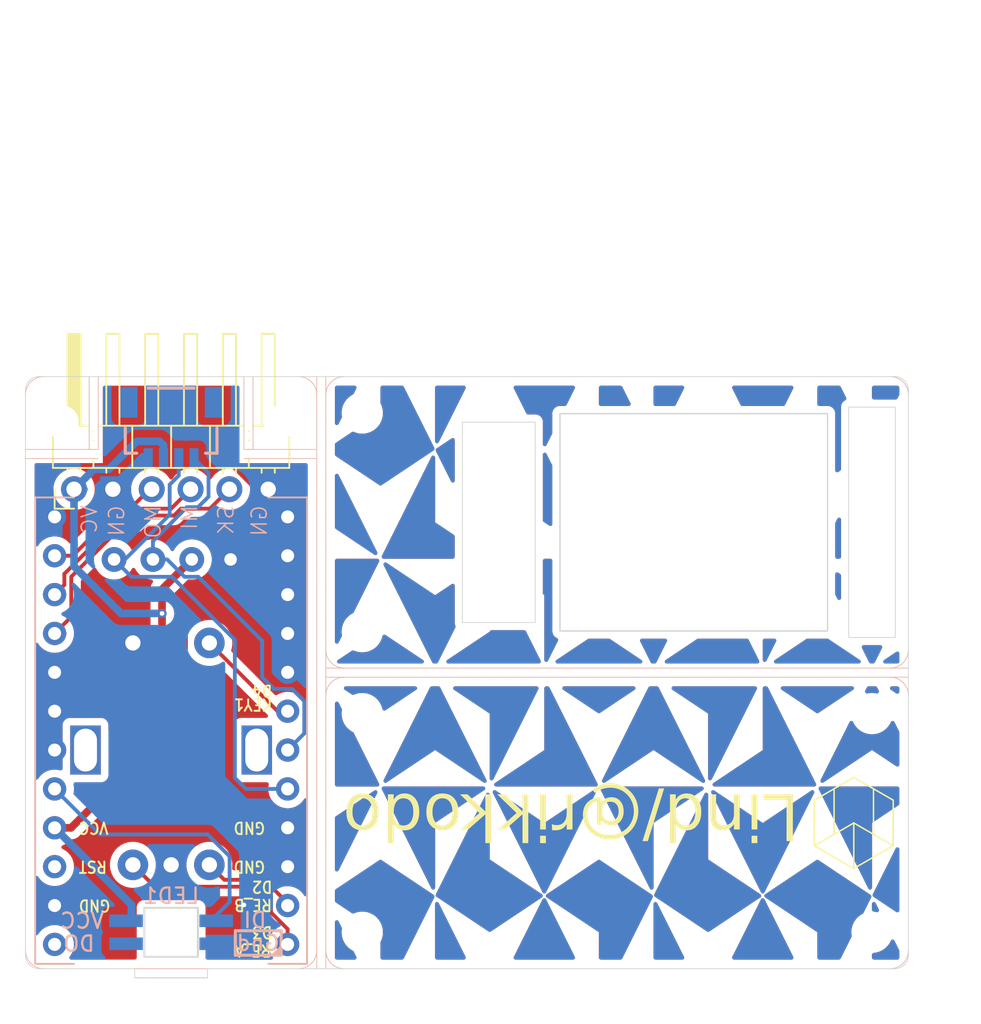
<source format=kicad_pcb>
(kicad_pcb (version 20241229) (generator "pcbnew") (generator_version "9.0")
  (layers (0 "F.Cu" signal) (2 "B.Cu" signal) (13 "F.Paste" user) (15 "B.Paste" user) (5 "F.SilkS" user "F.Silkscreen") (7 "B.SilkS" user "B.Silkscreen") (1 "F.Mask" user) (3 "B.Mask" user) (25 "Edge.Cuts" user))
  (net 0 "")
  (net 1 "SCL")
  (net 2 "SDA")
  (net 3 "LED")
  (net 4 "GND")
  (net 5 "VCC")
  (net 6 "KEY1")
  (net 11 "SCLK")
  (net 12 "MISO")
  (net 13 "MOSI")
  (net 14 "RE_B")
  (net 15 "RE_A")
  (footprint "Rikkodo_FootPrint:rkd_cutdot_no_edgecut_1" (layer "F.Cu") (at 78.283884 58.340576 -90)
    (property "Reference" "REF**" (hide yes))
    (property "Value" "rkd_cutdot_no_edgecut_1" (hide yes))
  )
  (footprint "Rikkodo_FootPrint:rkd_cutdot_no_edgecut_4" (layer "F.Cu") (at 93.166328 63.103072 90)
    (property "Reference" "REF**" (hide yes))
    (property "Value" "rkd_cutdot_no_edgecut_4" (hide yes))
  )
  (footprint "Rikkodo_FootPrint:rkd_cutdot_no_edgecut_1" (layer "F.Cu") (at 93.166328 57.745264 -90)
    (property "Reference" "REF**" (hide yes))
    (property "Value" "rkd_cutdot_no_edgecut_1" (hide yes))
  )
  (footprint "Connector_PinHeader_2.54mm:PinHeader_1x06_P2.54mm_Horizontal" (layer "F.Cu") (at 76.99375 61.535 90)
    (property "Reference" "J1" (hide yes))
    (property "Value" "Conn_01x06")
  )
  (footprint "Rikkodo_FootPrint:rkd_cutdot_no_edgecut_4" (layer "F.Cu") (at 93.166328 79.771808 90)
    (property "Reference" "REF**" (hide yes))
    (property "Value" "rkd_cutdot_no_edgecut_4" (hide yes))
  )
  (footprint "Rikkodo_FootPrint:rkd_cutdot_no_edgecut_4" (layer "F.Cu") (at 93.165616 73.818461 90)
    (property "Reference" "REF**" (hide yes))
    (property "Value" "rkd_cutdot_no_edgecut_4" (hide yes))
  )
  (footprint "Rikkodo_FootPrint:rkd_cutdot_no_edgecut_1" (layer "F.Cu") (at 74.414 59.233544 180)
    (property "Reference" "REF**" (hide yes))
    (property "Value" "rkd_cutdot_no_edgecut_1" (hide yes))
  )
  (footprint "Rikkodo_FootPrint:rkd_cutdot_no_edgecut_4" (layer "F.Cu") (at 93.166328 84.534304 90)
    (property "Reference" "REF**" (hide yes))
    (property "Value" "rkd_cutdot_no_edgecut_4" (hide yes))
  )
  (footprint "BrownSugar_KBD:RotaryEncoder_EC11-Hole" (layer "F.Cu") (at 117.276512 63.69832 90)
    (property "Reference" "SW2")
    (property "Value" "RotaryEncoder_Switch")
    (fp_line (start 7.1 -8.5) (end 7.1 9) (stroke (width 0.08)) (layer "Edge.Cuts"))
    (fp_line (start -7.1 -8.5) (end 7.1 -8.5) (stroke (width 0.08)) (layer "Edge.Cuts"))
    (fp_line (start 7.1 9) (end -7.1 9) (stroke (width 0.08)) (layer "Edge.Cuts"))
    (fp_line (start -7.1 9) (end -7.1 -8.5) (stroke (width 0.08)) (layer "Edge.Cuts"))
  )
  (footprint "kbd_Hole:m2_Screw_Hole" (layer "F.Cu") (at 95.845214 90.487564 90)
    (property "Reference" "Ref**")
    (property "Value" "Val**")
  )
  (footprint "kbd_Hole:m2_Screw_Hole" (layer "F.Cu") (at 129.182921 90.487576 90)
    (property "Reference" "Ref**")
    (property "Value" "Val**")
  )
  (footprint "Rikkodo_FootPrint:rkd_cutdot_no_edgecut_1" (layer "F.Cu") (at 88.403832 55.959328 -90)
    (property "Reference" "REF**" (hide yes))
    (property "Value" "rkd_cutdot_no_edgecut_1" (hide yes))
  )
  (footprint "Rikkodo_FootPrint:rkd_cutdot_no_edgecut_1" (layer "F.Cu") (at 93.166328 70.842128 90)
    (property "Reference" "REF**" (hide yes))
    (property "Value" "rkd_cutdot_no_edgecut_1" (hide yes))
  )
  (footprint "Rikkodo_FootPrint:rkd_cutdot_no_edgecut_1" (layer "F.Cu") (at 96.440544 73.521032 180)
    (property "Reference" "REF**" (hide yes))
    (property "Value" "rkd_cutdot_no_edgecut_1" (hide yes))
  )
  (footprint "Rikkodo_FootPrint:rkd_cutdot_no_edgecut_1" (layer "F.Cu") (at 130.96864 73.521032)
    (property "Reference" "REF**" (hide yes))
    (property "Value" "rkd_cutdot_no_edgecut_1" (hide yes))
  )
  (footprint "BrownSugar_KBD:OLED_center_display" (layer "F.Cu") (at 83.423125 47.625)
    (property "Reference" "OL1")
    (property "Value" "OLED")
  )
  (footprint "kbd_Hole:m2_Screw_Hole" (layer "F.Cu") (at 95.845214 56.554634 90)
    (property "Reference" "Ref**")
    (property "Value" "Val**")
  )
  (footprint "Rikkodo_FootPrint:rkd_cutdot_no_edgecut_1" (layer "F.Cu") (at 95.24992 73.521032 180)
    (property "Reference" "REF**" (hide yes))
    (property "Value" "rkd_cutdot_no_edgecut_1" (hide yes))
  )
  (footprint "Rikkodo_FootPrint:rkd_cutdot_no_edgecut_1" (layer "F.Cu") (at 93.166328 76.795248 -90)
    (property "Reference" "REF**" (hide yes))
    (property "Value" "rkd_cutdot_no_edgecut_1" (hide yes))
  )
  (footprint "Rikkodo_FootPrint:rkd_cutdot_no_edgecut_1" (layer "F.Cu") (at 92.273718 59.233544 180)
    (property "Reference" "REF**" (hide yes))
    (property "Value" "rkd_cutdot_no_edgecut_1" (hide yes))
  )
  (footprint "Rikkodo_FootPrint:rkd_cutdot_no_edgecut_1" (layer "F.Cu") (at 88.403832 54.768704 -90)
    (property "Reference" "REF**" (hide yes))
    (property "Value" "rkd_cutdot_no_edgecut_1" (hide yes))
  )
  (footprint "kbd_Parts:LED_SK6812MINI-E_BL" (layer "F.Cu") (at 83.34375 90.4875 180)
    (property "Reference" "LED1")
    (property "Value" "LED_SK6812MINI-E")
    (fp_line (start 1.75 1.6) (end -1.75 1.6) (stroke (width 0.12)) (layer "Edge.Cuts"))
    (fp_line (start 1.75 -1.6) (end 1.75 1.6) (stroke (width 0.12)) (layer "Edge.Cuts"))
    (fp_line (start -1.75 1.6) (end -1.75 -1.6) (stroke (width 0.12)) (layer "Edge.Cuts"))
    (fp_line (start -1.75 -1.6) (end 1.75 -1.6) (stroke (width 0.12)) (layer "Edge.Cuts"))
  )
  (footprint "Rikkodo_FootPrint:rkd_cutdot_no_edgecut_4" (layer "F.Cu") (at 118.467088 73.521032)
    (property "Reference" "REF**" (hide yes))
    (property "Value" "rkd_cutdot_no_edgecut_4" (hide yes))
  )
  (footprint "Rikkodo_FootPrint:rkd_cutdot_no_edgecut_1" (layer "F.Cu") (at 93.166328 56.55464 -90)
    (property "Reference" "REF**" (hide yes))
    (property "Value" "rkd_cutdot_no_edgecut_1" (hide yes))
  )
  (footprint "Rikkodo_FootPrint:rkd_cutdot_no_edgecut_1" (layer "F.Cu") (at 78.283884 57.149952 -90)
    (property "Reference" "REF**" (hide yes))
    (property "Value" "rkd_cutdot_no_edgecut_1" (hide yes))
  )
  (footprint "kbd_Hole:m2_Screw_Hole" (layer "F.Cu") (at 129.182921 76.200076 90)
    (property "Reference" "Ref**")
    (property "Value" "Val**")
  )
  (footprint "Rikkodo_FootPrint:rkd_LOGO" (layer "F.Cu") (at 127.99208 83.34368 180)
    (property "Reference" "REF**" (hide yes))
    (property "Value" "rkd_LOGO" (hide yes))
  )
  (footprint "Rikkodo_FootPrint:rkd_cutdot_no_edgecut_4" (layer "F.Cu") (at 127.99208 73.521032)
    (property "Reference" "REF**" (hide yes))
    (property "Value" "rkd_cutdot_no_edgecut_4" (hide yes))
  )
  (footprint "Rikkodo_FootPrint:rkd_cutdot_no_edgecut_1" (layer "F.Cu") (at 89.89247 59.233544 180)
    (property "Reference" "REF**" (hide yes))
    (property "Value" "rkd_cutdot_no_edgecut_1" (hide yes))
  )
  (footprint "Rikkodo_FootPrint:rkd_cutdot_no_edgecut_4" (layer "F.Cu") (at 123.229584 73.521032)
    (property "Reference" "REF**" (hide yes))
    (property "Value" "rkd_cutdot_no_edgecut_4" (hide yes))
  )
  (footprint "Rikkodo_FootPrint:rkd_cutdot_no_edgecut_4" (layer "F.Cu") (at 113.704592 73.521032)
    (property "Reference" "REF**" (hide yes))
    (property "Value" "rkd_cutdot_no_edgecut_4" (hide yes))
  )
  (footprint "BrownSugar_KBD:RotaryEncoder_EC11-Switch" (layer "F.Cu") (at 83.34375 78.58125)
    (property "Reference" "SW1" (hide yes))
    (property "Value" "RotaryEncoder_Switch")
  )
  (footprint "Rikkodo_FootPrint:rkd_cutdot_no_edgecut_1" (layer "F.Cu") (at 76.795248 59.233544 180)
    (property "Reference" "REF**" (hide yes))
    (property "Value" "rkd_cutdot_no_edgecut_1" (hide yes))
  )
  (footprint "Rikkodo_FootPrint:rkd_cutdot_no_edgecut_4" (layer "F.Cu") (at 93.166328 89.2968 90)
    (property "Reference" "REF**" (hide yes))
    (property "Value" "rkd_cutdot_no_edgecut_4" (hide yes))
  )
  (footprint "kbd_Hole:m2_Screw_Hole" (layer "F.Cu") (at 76.199936 57.149952 90)
    (property "Reference" "Ref**")
    (property "Value" "Val**")
  )
  (footprint "Rikkodo_FootPrint:rkd_cutdot_no_edgecut_4" (layer "F.Cu") (at 93.166328 67.865568 90)
    (property "Reference" "REF**" (hide yes))
    (property "Value" "rkd_cutdot_no_edgecut_4" (hide yes))
  )
  (footprint "kbd_Hole:m2_Screw_Hole" (layer "F.Cu") (at 90.4875 57.15 90)
    (property "Reference" "Ref**")
    (property "Value" "Val**")
  )
  (footprint "Rikkodo_FootPrint:rkd_cutdot_no_edgecut_1" (layer "F.Cu") (at 78.283884 55.959328 -90)
    (property "Reference" "REF**" (hide yes))
    (property "Value" "rkd_cutdot_no_edgecut_1" (hide yes))
  )
  (footprint "kbd_Hole:m2_Screw_Hole" (layer "F.Cu") (at 95.845214 70.842134 90)
    (property "Reference" "Ref**")
    (property "Value" "Val**")
  )
  (footprint "Rikkodo_FootPrint:rkd_cutdot_no_edgecut_1_2" (layer "F.Cu") (at 93.166328 54.471048 90)
    (property "Reference" "REF**" (hide yes))
    (property "Value" "rkd_cutdot_no_edgecut_1_2" (hide yes))
  )
  (footprint "Rikkodo_FootPrint:rkd_cutdot_no_edgecut_4" (layer "F.Cu") (at 108.942096 73.521032)
    (property "Reference" "REF**" (hide yes))
    (property "Value" "rkd_cutdot_no_edgecut_4" (hide yes))
  )
  (footprint "Rikkodo_FootPrint:rkd_cutdot_no_edgecut_1" (layer "F.Cu") (at 78.283884 54.768704 -90)
    (property "Reference" "REF**" (hide yes))
    (property "Value" "rkd_cutdot_no_edgecut_1" (hide yes))
  )
  (footprint "Rikkodo_FootPrint:rkd_cutdot_no_edgecut_1" (layer "F.Cu") (at 77.985872 59.233544 180)
    (property "Reference" "REF**" (hide yes))
    (property "Value" "rkd_cutdot_no_edgecut_1" (hide yes))
  )
  (footprint "Rikkodo_FootPrint:rkd_cutdot_no_edgecut_4" (layer "F.Cu") (at 83.343909 93.165617)
    (property "Reference" "REF**" (hide yes))
    (property "Value" "rkd_cutdot_no_edgecut_4" (hide yes))
  )
  (footprint "Rikkodo_FootPrint:rkd_cutdot_no_edgecut_1" (layer "F.Cu") (at 93.166328 58.935888 -90)
    (property "Reference" "REF**" (hide yes))
    (property "Value" "rkd_cutdot_no_edgecut_1" (hide yes))
  )
  (footprint "Rikkodo_FootPrint:rkd_cutdot_no_edgecut_4" (layer "F.Cu") (at 99.417104 73.521032)
    (property "Reference" "REF**" (hide yes))
    (property "Value" "rkd_cutdot_no_edgecut_4" (hide yes))
  )
  (footprint "Rikkodo_FootPrint:rkd_cutdot_no_edgecut_1" (layer "F.Cu") (at 75.604624 59.233544 180)
    (property "Reference" "REF**" (hide yes))
    (property "Value" "rkd_cutdot_no_edgecut_1" (hide yes))
  )
  (footprint "Rikkodo_FootPrint:rkd_cutdot_no_edgecut_1" (layer "F.Cu") (at 88.701846 59.233544 180)
    (property "Reference" "REF**" (hide yes))
    (property "Value" "rkd_cutdot_no_edgecut_1" (hide yes))
  )
  (footprint "Rikkodo_FootPrint:rkd_cutdot_no_edgecut_1" (layer "F.Cu") (at 93.166328 92.27336 -90)
    (property "Reference" "REF**" (hide yes))
    (property "Value" "rkd_cutdot_no_edgecut_1" (hide yes))
  )
  (footprint "Rikkodo_FootPrint:rkd_cutdot_no_edgecut_1" (layer "F.Cu") (at 88.403832 58.340576 -90)
    (property "Reference" "REF**" (hide yes))
    (property "Value" "rkd_cutdot_no_edgecut_1" (hide yes))
  )
  (footprint "Rikkodo_FootPrint:rkd_KeyHall_3ox15" (layer "F.Cu") (at 129.182714 63.698384 -90)
    (property "Reference" "LED3" (hide yes))
    (property "Value" "LED_SK6812MINI-E" (hide yes))
    (fp_line (start -7.525 1.525) (end -7.525 -1.525) (stroke (width 0.05)) (layer "Edge.Cuts"))
    (fp_line (start 7.525 1.525) (end -7.525 1.525) (stroke (width 0.05)) (layer "Edge.Cuts"))
    (fp_line (start 7.525 -1.525) (end 7.525 1.525) (stroke (width 0.05)) (layer "Edge.Cuts"))
    (fp_line (start 7.525 -1.525) (end -7.525 -1.525) (stroke (width 0.05)) (layer "Edge.Cuts"))
  )
  (footprint "Rikkodo_FootPrint:rkd_cutdot_no_edgecut_1" (layer "F.Cu") (at 91.083094 59.233544 180)
    (property "Reference" "REF**" (hide yes))
    (property "Value" "rkd_cutdot_no_edgecut_1" (hide yes))
  )
  (footprint "Rikkodo_FootPrint:rkd_cutdot_no_edgecut_1" (layer "F.Cu") (at 88.403832 57.149952 -90)
    (property "Reference" "REF**" (hide yes))
    (property "Value" "rkd_cutdot_no_edgecut_1" (hide yes))
  )
  (footprint "Rikkodo_FootPrint:rkd_cutdot_no_edgecut_4" (layer "F.Cu") (at 104.1796 73.521032)
    (property "Reference" "REF**" (hide yes))
    (property "Value" "rkd_cutdot_no_edgecut_4" (hide yes))
  )
  (footprint "Rikkodo_FootPrint:rkd_cutdot_no_edgecut_1" (layer "F.Cu") (at 93.166328 55.364016 -90)
    (property "Reference" "REF**" (hide yes))
    (property "Value" "rkd_cutdot_no_edgecut_1" (hide yes))
  )
  (footprint "Rikkodo_FootPrint:rkd_cutdot_no_edgecut_1" (layer "F.Cu") (at 94.059296 73.521032)
    (property "Reference" "REF**" (hide yes))
    (property "Value" "rkd_cutdot_no_edgecut_1" (hide yes))
  )
  (footprint "Rikkodo_FootPrint:rkd_cutdot_no_edgecut_1" (layer "F.Cu") (at 93.166328 60.126512 -90)
    (property "Reference" "REF**" (hide yes))
    (property "Value" "rkd_cutdot_no_edgecut_1" (hide yes))
  )
  (footprint "kbd_Hole:m2_Screw_Hole" (layer "F.Cu") (at 95.845214 76.200064 90)
    (property "Reference" "Ref**")
    (property "Value" "Val**")
  )
  (footprint "SparkFun-Connector:JST_SMD_1.0mm-4_Black" (layer "B.Cu") (at 83.34375 59.53125)
    (property "Reference" "J3")
    (property "Value" "Qwiic_RA")
  )
  (footprint "BrownSugar_KBD:ProMicro_r" (layer "B.Cu") (at 83.34375 78.58125)
    (property "Reference" "U1" (hide yes))
    (property "Value" "ProMicro" (hide yes))
  )
  (gr_arc (start 92.86875 91.678125) (mid 92.520017 92.520017) (end 91.678125 92.86875) (stroke (width 0.05)) (layer "B.SilkS"))
  (gr_arc (start 91.678048 54.173392) (mid 92.51991 54.522136) (end 92.868673 55.364017) (stroke (width 0.05)) (layer "B.SilkS"))
  (gr_arc (start 94.654767 73.223498) (mid 93.812899 72.874759) (end 93.464142 72.032873) (stroke (width 0.05)) (layer "B.SilkS"))
  (gr_arc (start 130.373547 73.818813) (mid 131.215402 74.167558) (end 131.564172 75.009438) (stroke (width 0.05)) (layer "B.SilkS"))
  (gr_arc (start 131.564172 72.032873) (mid 131.215458 72.874806) (end 130.373547 73.223498) (stroke (width 0.05)) (layer "B.SilkS"))
  (gr_arc (start 94.654767 92.868827) (mid 93.812889 92.520089) (end 93.464142 91.678202) (stroke (width 0.05)) (layer "B.SilkS"))
  (gr_arc (start 131.564172 91.6782) (mid 131.211706 92.523725) (end 130.363149 92.868848) (stroke (width 0.05)) (layer "B.SilkS"))
  (gr_arc (start 93.464142 75.009438) (mid 93.812853 74.167503) (end 94.654767 73.818813) (stroke (width 0.05)) (layer "B.SilkS"))
  (gr_arc (start 93.464032 55.3641) (mid 93.809098 54.5258) (end 94.644373 54.173484) (stroke (width 0.05)) (layer "B.SilkS"))
  (gr_arc (start 130.373547 54.173484) (mid 131.215412 54.522227) (end 131.564172 55.364109) (stroke (width 0.05)) (layer "B.SilkS"))
  (gr_arc (start 73.818813 55.364108) (mid 74.167538 54.522217) (end 75.009438 54.173483) (stroke (width 0.05)) (layer "B.SilkS"))
  (gr_arc (start 75.009375 92.86875) (mid 74.167483 92.520017) (end 73.81875 91.678125) (stroke (width 0.05)) (layer "B.SilkS"))
  (gr_line (start 131.563952 55.0764) (end 131.564174 91.975859) (stroke (width 0.05)) (layer "Edge.Cuts"))
  (gr_arc (start 74.711656 92.868672) (mid 74.080259 92.607112) (end 73.818688 91.975704) (stroke (width 0.05)) (layer "Edge.Cuts"))
  (gr_line (start 85.724928 93.463984) (end 85.724928 92.868637) (stroke (width 0.05)) (layer "Edge.Cuts"))
  (gr_line (start 80.962432 93.463984) (end 85.724928 93.463984) (stroke (width 0.05)) (layer "Edge.Cuts"))
  (gr_arc (start 73.818688 55.06636) (mid 74.080244 54.434947) (end 74.711656 54.173392) (stroke (width 0.05)) (layer "Edge.Cuts"))
  (gr_line (start 80.962432 92.868672) (end 80.962432 93.463984) (stroke (width 0.05)) (layer "Edge.Cuts"))
  (gr_line (start 102.39375 57.15) (end 107.15625 57.15) (stroke (width 0.05)) (layer "Edge.Cuts"))
  (gr_line (start 85.724928 92.868637) (end 130.664319 92.868827) (stroke (width 0.05)) (layer "Edge.Cuts"))
  (gr_line (start 102.39375 57.15) (end 102.39375 70.246875) (stroke (width 0.05)) (layer "Edge.Cuts"))
  (gr_line (start 73.818688 55.06636) (end 73.818751 91.969291) (stroke (width 0.05)) (layer "Edge.Cuts"))
  (gr_arc (start 130.670984 54.173392) (mid 131.305972 54.438488) (end 131.563896 55.076399) (stroke (width 0.05)) (layer "Edge.Cuts"))
  (gr_line (start 80.962432 92.868672) (end 74.7117 92.868672) (stroke (width 0.05)) (layer "Edge.Cuts"))
  (gr_line (start 102.39375 70.246875) (end 107.15625 70.246875) (stroke (width 0.05)) (layer "Edge.Cuts"))
  (gr_line (start 107.15625 57.15) (end 107.15625 70.246875) (stroke (width 0.05)) (layer "Edge.Cuts"))
  (gr_line (start 74.711656 54.173389) (end 130.670984 54.173392) (stroke (width 0.05)) (layer "Edge.Cuts"))
  (gr_arc (start 131.563952 91.975859) (mid 131.302421 92.607304) (end 130.670984 92.868827) (stroke (width 0.05)) (layer "Edge.Cuts"))
  (gr_text "D3" (at 89.29695 90.487576 180) (layer "F.SilkS") (effects (font (size 0.75 0.67) (thickness 0.125))))
  (gr_text "Lind/@rikkodo" (at 124.420205 80.96243 180) (layer "F.SilkS") (effects (font (size 3 3) (thickness 0.1)) (justify left bottom)))
  (gr_text "KEY1" (at 88.701637 75.604751 180) (layer "F.SilkS") (effects (font (size 0.75 0.67) (thickness 0.125))))
  (gr_text "RE_A\n" (at 88.701638 91.678202 180) (layer "F.SilkS") (effects (font (size 0.75 0.67) (thickness 0.125))))
  (gr_text "RE_B\n" (at 88.701638 88.701637 180) (layer "F.SilkS") (effects (font (size 0.75 0.67) (thickness 0.125))))
  (gr_text "D4" (at 89.2968 74.711656 180) (layer "F.SilkS") (effects (font (size 0.75 0.67) (thickness 0.125))))
  (gr_text "D2" (at 89.29695 87.511011 180) (layer "F.SilkS") (effects (font (size 0.75 0.67) (thickness 0.125))))
  (gr_text "GN" (at 80.367255 62.507865 90) (layer "B.SilkS") (effects (font (size 1 1) (thickness 0.1)) (justify left bottom mirror)))
  (gr_text "GN" (at 89.69375 62.507865 90) (layer "B.SilkS") (effects (font (size 1 1) (thickness 0.1)) (justify left bottom mirror)))
  (gr_text "MO" (at 82.748507 62.507865 90) (layer "B.SilkS") (effects (font (size 1 1) (thickness 0.1)) (justify left bottom mirror)))
  (gr_text "VC" (at 78.581316 62.507865 90) (layer "B.SilkS") (effects (font (size 1 1) (thickness 0.1)) (justify left bottom mirror)))
  (gr_text "SK" (at 87.511011 62.507865 90) (layer "B.SilkS") (effects (font (size 1 1) (thickness 0.1)) (justify left bottom mirror)))
  (gr_text "MI" (at 85.129759 62.507865 90) (layer "B.SilkS") (effects (font (size 1 1) (thickness 0.1)) (justify left bottom mirror)))
  (segment (start 89.29695 73.818825) (end 90.067375 74.58925) (width 0.25) (layer "B.Cu") (net 1))
  (segment (start 82.153125 66.125) (end 83.086578 66.125) (width 0.25) (layer "B.Cu") (net 1))
  (segment (start 85.12039 67.261) (end 89.29695 71.43756) (width 0.25) (layer "B.Cu") (net 1))
  (segment (start 85.78975 60.47725) (end 85.78975 62.022116) (width 0.25) (layer "B.Cu") (net 1))
  (segment (start 92.05175 77.49325) (end 90.96375 78.58125) (width 0.25) (layer "B.Cu") (net 1))
  (segment (start 85.78975 62.022116) (end 85.100866 62.711) (width 0.25) (layer "B.Cu") (net 1))
  (segment (start 85.100866 62.711) (end 84.373562 62.711) (width 0.25) (layer "B.Cu") (net 1))
  (segment (start 84.84375 59.53125) (end 85.78975 60.47725) (width 0.25) (layer "B.Cu") (net 1))
  (segment (start 92.05175 75.383) (end 92.05175 77.49325) (width 0.25) (layer "B.Cu") (net 1))
  (segment (start 91.258 74.58925) (end 92.05175 75.383) (width 0.25) (layer "B.Cu") (net 1))
  (segment (start 82.153125 64.931437) (end 82.153125 66.125) (width 0.25) (layer "B.Cu") (net 1))
  (segment (start 84.222578 67.261) (end 85.12039 67.261) (width 0.25) (layer "B.Cu") (net 1))
  (segment (start 83.086578 66.125) (end 84.222578 67.261) (width 0.25) (layer "B.Cu") (net 1))
  (segment (start 90.067375 74.58925) (end 91.258 74.58925) (width 0.25) (layer "B.Cu") (net 1))
  (segment (start 89.29695 71.43756) (end 89.29695 73.818825) (width 0.25) (layer "B.Cu") (net 1))
  (segment (start 82.153125 66.125) (end 82.153125 66.675) (width 0.25) (layer "B.Cu") (net 1))
  (segment (start 84.373562 62.711) (end 82.153125 64.931437) (width 0.25) (layer "B.Cu") (net 1))
  (segment (start 80.749125 67.261) (end 79.613125 66.125) (width 0.25) (layer "B.Cu") (net 2))
  (segment (start 83.84375 59.53125) (end 83.84375 60.641884) (width 0.25) (layer "B.Cu") (net 2))
  (segment (start 87.511011 71.373263) (end 83.398748 67.261) (width 0.25) (layer "B.Cu") (net 2))
  (segment (start 87.511011 80.400511) (end 87.511011 72.032873) (width 0.25) (layer "B.Cu") (net 2))
  (segment (start 83.398748 67.261) (end 80.749125 67.261) (width 0.25) (layer "B.Cu") (net 2))
  (segment (start 83.84375 60.641884) (end 83.24975 61.235884) (width 0.25) (layer "B.Cu") (net 2))
  (segment (start 83.24975 63.197002) (end 80.321752 66.125) (width 0.25) (layer "B.Cu") (net 2))
  (segment (start 87.511011 72.032873) (end 87.511011 71.373263) (width 0.25) (layer "B.Cu") (net 2))
  (segment (start 80.321752 66.125) (end 79.613125 66.125) (width 0.25) (layer "B.Cu") (net 2))
  (segment (start 88.23175 81.12125) (end 87.511011 80.400511) (width 0.25) (layer "B.Cu") (net 2))
  (segment (start 90.96375 81.12125) (end 88.23175 81.12125) (width 0.25) (layer "B.Cu") (net 2))
  (segment (start 83.24975 61.235884) (end 83.24975 63.197002) (width 0.25) (layer "B.Cu") (net 2))
  (segment (start 87.16975 88.5115) (end 87.16975 85.532002) (width 0.25) (layer "B.Cu") (net 3))
  (segment (start 78.69625 84.09375) (end 75.72375 81.12125) (width 0.25) (layer "B.Cu") (net 3))
  (segment (start 85.94375 89.7375) (end 87.16975 88.5115) (width 0.25) (layer "B.Cu") (net 3))
  (segment (start 87.16975 85.532002) (end 85.731498 84.09375) (width 0.25) (layer "B.Cu") (net 3))
  (segment (start 85.731498 84.09375) (end 78.69625 84.09375) (width 0.25) (layer "B.Cu") (net 3))
  (segment (start 84.18275 69.175375) (end 84.18275 75.883302) (width 0.5) (layer "F.Cu") (net 4))
  (segment (start 86.97275 78.673302) (end 86.97275 80.619526) (width 0.5) (layer "F.Cu") (net 4))
  (segment (start 89.047926 61.535) (end 89.69375 61.535) (width 0.5) (layer "F.Cu") (net 4))
  (segment (start 87.233125 63.995625) (end 89.69375 61.535) (width 0.5) (layer "F.Cu") (net 4))
  (segment (start 87.233125 66.125) (end 84.18275 69.175375) (width 0.5) (layer "F.Cu") (net 4))
  (segment (start 90.014474 83.66125) (end 90.96375 83.66125) (width 0.5) (layer "F.Cu") (net 4))
  (segment (start 83.34375 86.08125) (end 85.76375 83.66125) (width 0.5) (layer "F.Cu") (net 4))
  (segment (start 84.18275 75.883302) (end 86.97275 78.673302) (width 0.5) (layer "F.Cu") (net 4))
  (segment (start 87.233125 66.125) (end 87.233125 63.995625) (width 0.5) (layer "F.Cu") (net 4))
  (segment (start 87.35525 59.842324) (end 89.047926 61.535) (width 0.5) (layer "F.Cu") (net 4))
  (segment (start 85.76375 83.66125) (end 90.96375 83.66125) (width 0.5) (layer "F.Cu") (net 4))
  (segment (start 81.226426 59.842324) (end 87.35525 59.842324) (width 0.5) (layer "F.Cu") (net 4))
  (segment (start 79.53375 61.535) (end 81.226426 59.842324) (width 0.5) (layer "F.Cu") (net 4))
  (segment (start 86.97275 80.619526) (end 90.014474 83.66125) (width 0.5) (layer "F.Cu") (net 4))
  (via (at 88.106324 88.701637) (size 0.6) (drill 0.3) (layers "F.Cu" "B.Cu") (net 4))
  (segment (start 90.96375 83.66125) (end 90.96375 86.20125) (width 0.5) (layer "B.Cu") (net 4))
  (segment (start 80.84375 74.61888) (end 80.84375 71.58125) (width 0.5) (layer "B.Cu") (net 4))
  (segment (start 80.84375 74.73175) (end 80.84375 71.58125) (width 0.5) (layer "B.Cu") (net 4))
  (segment (start 85.94375 91.2375) (end 87.35625 91.2375) (width 0.5) (layer "B.Cu") (net 4))
  (segment (start 89.88612 83.66125) (end 80.84375 74.61888) (width 0.5) (layer "B.Cu") (net 4))
  (segment (start 81.84375 59.53125) (end 81.5375 59.53125) (width 0.5) (layer "B.Cu") (net 4))
  (segment (start 89.75075 87.41425) (end 90.96375 86.20125) (width 0.5) (layer "B.Cu") (net 4))
  (segment (start 87.35625 91.2375) (end 89.75075 88.843) (width 0.5) (layer "B.Cu") (net 4))
  (segment (start 90.96375 83.66125) (end 89.88612 83.66125) (width 0.5) (layer "B.Cu") (net 4))
  (segment (start 81.5375 59.53125) (end 79.53375 61.535) (width 0.5) (layer "B.Cu") (net 4))
  (segment (start 89.75075 88.843) (end 89.75075 87.41425) (width 0.5) (layer "B.Cu") (net 4))
  (segment (start 75.72375 83.66125) (end 76.80138 83.66125) (width 0.5) (layer "F.Cu") (net 5))
  (segment (start 79.71475 80.74788) (end 79.71475 78.162274) (width 0.5) (layer "F.Cu") (net 5))
  (segment (start 82.748507 69.651621) (end 82.748507 68.069618) (width 0.5) (layer "F.Cu") (net 5))
  (segment (start 79.71475 78.162274) (end 82.748507 75.128517) (width 0.5) (layer "F.Cu") (net 5))
  (segment (start 82.748507 75.128517) (end 82.748507 69.651621) (width 0.5) (layer "F.Cu") (net 5))
  (segment (start 76.80138 83.66125) (end 79.71475 80.74788) (width 0.5) (layer "F.Cu") (net 5))
  (segment (start 82.748507 68.069618) (end 84.693125 66.125) (width 0.5) (layer "F.Cu") (net 5))
  (via (at 82.748507 69.651621) (size 0.6) (drill 0.3) (layers "F.Cu" "B.Cu") (net 5))
  (segment (start 81.09275 58.40525) (end 82.59475 58.40525) (width 0.5) (layer "B.Cu") (net 5))
  (segment (start 78.29475 60.234) (end 79.264 60.234) (width 0.5) (layer "B.Cu") (net 5))
  (segment (start 79.264 60.234) (end 81.09275 58.40525) (width 0.5) (layer "B.Cu") (net 5))
  (segment (start 80.069581 69.651621) (end 82.748507 69.651621) (width 0.5) (layer "B.Cu") (net 5))
  (segment (start 77.639574 61.535) (end 76.99375 61.535) (width 0.5) (layer "B.Cu") (net 5))
  (segment (start 80.069581 69.651621) (end 76.99375 66.57579) (width 0.5) (layer "B.Cu") (net 5))
  (segment (start 76.99375 61.535) (end 78.29475 60.234) (width 0.5) (layer "B.Cu") (net 5))
  (segment (start 82.84375 59.53125) (end 82.84375 58.65425) (width 0.5) (layer "B.Cu") (net 5))
  (segment (start 82.84375 58.65425) (end 82.59475 58.40525) (width 0.5) (layer "B.Cu") (net 5))
  (segment (start 80.74375 88.68125) (end 80.74375 89.7375) (width 0.5) (layer "B.Cu") (net 5))
  (segment (start 80.74375 88.675426) (end 80.74375 89.7375) (width 0.5) (layer "B.Cu") (net 5))
  (segment (start 75.72375 83.66125) (end 80.74375 88.68125) (width 0.5) (layer "B.Cu") (net 5))
  (segment (start 76.99375 66.57579) (end 76.99375 61.535) (width 0.5) (layer "B.Cu") (net 5))
  (segment (start 90.30375 76.04125) (end 90.96375 76.04125) (width 0.25) (layer "F.Cu") (net 6))
  (segment (start 85.84375 71.58125) (end 90.30375 76.04125) (width 0.25) (layer "F.Cu") (net 6))
  (segment (start 80.329147 63.736357) (end 76.81175 67.253754) (width 0.25) (layer "F.Cu") (net 11))
  (segment (start 83.98149 62.805416) (end 85.883334 62.805416) (width 0.25) (layer "F.Cu") (net 11))
  (segment (start 76.81175 69.87325) (end 75.72375 70.96125) (width 0.25) (layer "F.Cu") (net 11))
  (segment (start 81.497066 63.256416) (end 83.53049 63.256416) (width 0.25) (layer "F.Cu") (net 11))
  (segment (start 76.81175 67.253754) (end 76.81175 69.87325) (width 0.25) (layer "F.Cu") (net 11))
  (segment (start 83.53049 63.256416) (end 83.98149 62.805416) (width 0.25) (layer "F.Cu") (net 11))
  (segment (start 85.883334 62.805416) (end 87.15375 61.535) (width 0.25) (layer "F.Cu") (net 11))
  (segment (start 81.017125 63.736357) (end 81.497066 63.256416) (width 0.25) (layer "F.Cu") (net 11))
  (segment (start 75.72375 70.96125) (end 76.383422 70.96125) (width 0.25) (layer "F.Cu") (net 11))
  (segment (start 81.017125 63.736357) (end 80.329147 63.736357) (width 0.25) (layer "F.Cu") (net 11))
  (segment (start 80.830315 63.285357) (end 80.142337 63.285357) (width 0.25) (layer "F.Cu") (net 12))
  (segment (start 83.34368 62.805416) (end 81.310256 62.805416) (width 0.25) (layer "F.Cu") (net 12))
  (segment (start 80.142337 63.285357) (end 76.36075 67.066944) (width 0.25) (layer "F.Cu") (net 12))
  (segment (start 84.61375 61.535) (end 84.61375 61.535346) (width 0.25) (layer "F.Cu") (net 12))
  (segment (start 81.310256 62.805416) (end 80.830315 63.285357) (width 0.25) (layer "F.Cu") (net 12))
  (segment (start 84.61375 61.535346) (end 83.34368 62.805416) (width 0.25) (layer "F.Cu") (net 12))
  (segment (start 76.36075 67.78425) (end 75.72375 68.42125) (width 0.25) (layer "F.Cu") (net 12))
  (segment (start 76.36075 67.066944) (end 76.36075 67.78425) (width 0.25) (layer "F.Cu") (net 12))
  (segment (start 79.955527 62.834357) (end 76.908634 65.88125) (width 0.25) (layer "F.Cu") (net 13))
  (segment (start 80.643505 62.834357) (end 79.955527 62.834357) (width 0.25) (layer "F.Cu") (net 13))
  (segment (start 82.07375 61.535) (end 81.942862 61.535) (width 0.25) (layer "F.Cu") (net 13))
  (segment (start 76.908634 65.88125) (end 75.72375 65.88125) (width 0.25) (layer "F.Cu") (net 13))
  (segment (start 81.942862 61.535) (end 80.643505 62.834357) (width 0.25) (layer "F.Cu") (net 13))
  (segment (start 75.72375 65.88125) (end 75.876384 65.88125) (width 0.25) (layer "B.Cu") (net 13))
  (segment (start 85.84375 86.08125) (end 86.822511 87.060011) (width 0.25) (layer "F.Cu") (net 14))
  (segment (start 86.822511 87.060011) (end 89.441263 87.060011) (width 0.25) (layer "F.Cu") (net 14))
  (segment (start 90.96375 88.582498) (end 90.96375 88.74125) (width 0.25) (layer "F.Cu") (net 14))
  (segment (start 89.441263 87.060011) (end 90.96375 88.582498) (width 0.25) (layer "F.Cu") (net 14))
  (segment (start 80.84375 86.08125) (end 82.273511 87.511011) (width 0.25) (layer "F.Cu") (net 15))
  (segment (start 82.273511 87.511011) (end 89.254453 87.511011) (width 0.25) (layer "F.Cu") (net 15))
  (segment (start 89.87575 88.132308) (end 89.87575 89.191915) (width 0.25) (layer "F.Cu") (net 15))
  (segment (start 89.87575 89.191915) (end 90.96375 90.279915) (width 0.25) (layer "F.Cu") (net 15))
  (segment (start 90.96375 90.279915) (end 90.96375 91.28125) (width 0.25) (layer "F.Cu") (net 15))
  (segment (start 89.254453 87.511011) (end 89.87575 88.132308) (width 0.25) (layer "F.Cu") (net 15))
  (zone (net 0) (net_name "") (layers "F.Cu" "B.Cu") (name "deco") (connect_pads (clearance 0)) (min_thickness 0.25)
    (keepout (tracks allowed) (vias allowed) (pads allowed) (copperpour not_allowed) (footprints allowed))
    (fill (thermal_gap 0.5) (thermal_bridge_width 0.5))
    (polygon (pts (xy 104.179595 80.962793) (xy 100.60772 83.344043) (xy 100.60772 88.106543)))
  )
  (zone (net 0) (net_name "") (layers "F.Cu" "B.Cu") (name "deco") (connect_pads (clearance 0)) (min_thickness 0.25)
    (keepout (tracks allowed) (vias allowed) (pads allowed) (copperpour not_allowed) (footprints allowed))
    (fill (thermal_gap 0.5) (thermal_bridge_width 0.5))
    (polygon (pts (xy 118.467265 66.079733) (xy 114.89539 68.460983) (xy 111.323515 66.079733)))
  )
  (zone (net 0) (net_name "") (layers "F.Cu" "B.Cu") (name "deco") (connect_pads (clearance 0)) (min_thickness 0.25)
    (keepout (tracks allowed) (vias allowed) (pads allowed) (copperpour not_allowed) (footprints allowed))
    (fill (thermal_gap 0.5) (thermal_bridge_width 0.5))
    (polygon (pts (xy 126.802021 54.173917) (xy 129.183097 54.173702) (xy 129.183097 58.936202)))
  )
  (zone (net 0) (net_name "") (layers "F.Cu" "B.Cu") (name "deco") (connect_pads (clearance 0)) (min_thickness 0.25)
    (keepout (tracks allowed) (vias allowed) (pads allowed) (copperpour not_allowed) (footprints allowed))
    (fill (thermal_gap 0.5) (thermal_bridge_width 0.5))
    (polygon (pts (xy 118.467265 66.079733) (xy 122.03914 68.460983) (xy 122.03914 73.223483)))
  )
  (zone (net 0) (net_name "") (layers "F.Cu" "B.Cu") (name "deco") (connect_pads (clearance 0)) (min_thickness 0.25)
    (keepout (tracks allowed) (vias allowed) (pads allowed) (copperpour not_allowed) (footprints allowed))
    (fill (thermal_gap 0.5) (thermal_bridge_width 0.5))
    (polygon (pts (xy 129.183097 58.936202) (xy 132.754972 56.554952) (xy 136.326847 58.936202) (xy 133.945777 54.173917) (xy 131.564525 54.173917)))
  )
  (zone (net 0) (net_name "") (layers "F.Cu" "B.Cu") (name "deco") (connect_pads (clearance 0)) (min_thickness 0.25)
    (keepout (tracks allowed) (vias allowed) (pads allowed) (copperpour not_allowed) (footprints allowed))
    (fill (thermal_gap 0.5) (thermal_bridge_width 0.5))
    (polygon (pts (xy 118.467095 80.962793) (xy 122.03897 78.581543) (xy 122.03897 73.819043)))
  )
  (zone (net 0) (net_name "") (layers "F.Cu" "B.Cu") (name "deco") (connect_pads (clearance 0)) (min_thickness 0.25)
    (keepout (tracks allowed) (vias allowed) (pads allowed) (copperpour not_allowed) (footprints allowed))
    (fill (thermal_gap 0.5) (thermal_bridge_width 0.5))
    (polygon (pts (xy 112.514315 54.173698) (xy 114.895391 54.173483) (xy 114.895391 58.935983)))
  )
  (zone (net 0) (net_name "") (layers "F.Cu" "B.Cu") (name "deco") (connect_pads (clearance 0)) (min_thickness 0.25)
    (keepout (tracks allowed) (vias allowed) (pads allowed) (copperpour not_allowed) (footprints allowed))
    (fill (thermal_gap 0.5) (thermal_bridge_width 0.5))
    (polygon (pts (xy 132.754765 70.842233) (xy 129.18289 73.223483) (xy 132.754765 66.079733)))
  )
  (zone (net 0) (net_name "") (layers "F.Cu" "B.Cu") (name "deco") (connect_pads (clearance 0)) (min_thickness 0.25)
    (keepout (tracks allowed) (vias allowed) (pads allowed) (copperpour not_allowed) (footprints allowed))
    (fill (thermal_gap 0.5) (thermal_bridge_width 0.5))
    (polygon (pts (xy 104.179765 66.079733) (xy 100.60789 63.698483) (xy 100.60789 58.935983)))
  )
  (zone (net 0) (net_name "") (layers "F.Cu" "B.Cu") (name "deco") (connect_pads (clearance 0)) (min_thickness 0.25)
    (keepout (tracks allowed) (vias allowed) (pads allowed) (copperpour not_allowed) (footprints allowed))
    (fill (thermal_gap 0.5) (thermal_bridge_width 0.5))
    (polygon (pts (xy 118.467265 66.079733) (xy 122.03914 63.698483) (xy 125.611015 66.079733)))
  )
  (zone (net 0) (net_name "") (layers "F.Cu" "B.Cu") (name "deco") (connect_pads (clearance 0)) (min_thickness 0.25)
    (keepout (tracks allowed) (vias allowed) (pads allowed) (copperpour not_allowed) (footprints allowed))
    (fill (thermal_gap 0.5) (thermal_bridge_width 0.5))
    (polygon (pts (xy 100.607891 58.935983) (xy 97.036016 61.317233) (xy 93.464142 58.935983) (xy 97.036016 66.079732)))
  )
  (zone (net 0) (net_name "") (layers "F.Cu" "B.Cu") (name "deco") (connect_pads (clearance 0)) (min_thickness 0.25)
    (keepout (tracks allowed) (vias allowed) (pads allowed) (copperpour not_allowed) (footprints allowed))
    (fill (thermal_gap 0.5) (thermal_bridge_width 0.5))
    (polygon (pts (xy 114.895221 88.106543) (xy 118.467096 90.487793) (xy 122.038971 88.106543) (xy 119.657901 92.868828) (xy 117.276649 92.868828)))
  )
  (zone (net 0) (net_name "") (layers "F.Cu" "B.Cu") (name "deco") (connect_pads (clearance 0)) (min_thickness 0.25)
    (keepout (tracks allowed) (vias allowed) (pads allowed) (copperpour not_allowed) (footprints allowed))
    (fill (thermal_gap 0.5) (thermal_bridge_width 0.5))
    (polygon (pts (xy 129.182927 88.106324) (xy 132.754802 90.487574) (xy 136.326677 88.106324) (xy 133.945607 92.868609) (xy 131.564355 92.868609)))
  )
  (zone (net 0) (net_name "") (layers "F.Cu" "B.Cu") (name "deco") (connect_pads (clearance 0)) (min_thickness 0.25)
    (keepout (tracks allowed) (vias allowed) (pads allowed) (copperpour not_allowed) (footprints allowed))
    (fill (thermal_gap 0.5) (thermal_bridge_width 0.5))
    (polygon (pts (xy 104.179765 70.842233) (xy 100.60789 73.223483) (xy 104.179765 66.079733)))
  )
  (zone (net 0) (net_name "") (layers "F.Cu" "B.Cu") (name "deco") (connect_pads (clearance 0)) (min_thickness 0.25)
    (keepout (tracks allowed) (vias allowed) (pads allowed) (copperpour not_allowed) (footprints allowed))
    (fill (thermal_gap 0.5) (thermal_bridge_width 0.5))
    (polygon (pts (xy 104.179595 80.962793) (xy 100.60772 78.581543) (xy 97.035845 80.962793)))
  )
  (zone (net 0) (net_name "") (layers "F.Cu" "B.Cu") (name "deco") (connect_pads (clearance 0)) (min_thickness 0.25)
    (keepout (tracks allowed) (vias allowed) (pads allowed) (copperpour not_allowed) (footprints allowed))
    (fill (thermal_gap 0.5) (thermal_bridge_width 0.5))
    (polygon (pts (xy 100.607721 88.106543) (xy 97.035846 85.725293) (xy 93.463972 88.106543) (xy 97.035846 80.962794)))
  )
  (zone (net 0) (net_name "") (layers "F.Cu" "B.Cu") (name "deco") (connect_pads (clearance 0)) (min_thickness 0.25)
    (keepout (tracks allowed) (vias allowed) (pads allowed) (copperpour not_allowed) (footprints allowed))
    (fill (thermal_gap 0.5) (thermal_bridge_width 0.5))
    (polygon (pts (xy 132.754595 80.962793) (xy 129.18272 83.344043) (xy 129.18272 88.106543)))
  )
  (zone (net 0) (net_name "") (layers "F.Cu" "B.Cu") (name "deco") (connect_pads (clearance 0)) (min_thickness 0.25)
    (keepout (tracks allowed) (vias allowed) (pads allowed) (copperpour not_allowed) (footprints allowed))
    (fill (thermal_gap 0.5) (thermal_bridge_width 0.5))
    (polygon (pts (xy 93.464141 73.223483) (xy 97.036016 70.842233) (xy 100.607891 73.223483) (xy 97.036016 66.079733)))
  )
  (zone (net 0) (net_name "") (layers "F.Cu" "B.Cu") (name "deco") (connect_pads (clearance 0)) (min_thickness 0.25)
    (keepout (tracks allowed) (vias allowed) (pads allowed) (copperpour not_allowed) (footprints allowed))
    (fill (thermal_gap 0.5) (thermal_bridge_width 0.5))
    (polygon (pts (xy 93.464311 66.079733) (xy 93.464141 63.698483) (xy 97.036016 66.079733)))
  )
  (zone (net 0) (net_name "") (layers "F.Cu" "B.Cu") (name "deco") (connect_pads (clearance 0)) (min_thickness 0.25)
    (keepout (tracks allowed) (vias allowed) (pads allowed) (copperpour not_allowed) (footprints allowed))
    (fill (thermal_gap 0.5) (thermal_bridge_width 0.5))
    (polygon (pts (xy 100.607891 58.935983) (xy 104.179766 56.554733) (xy 107.751641 58.935983) (xy 105.370571 54.173698) (xy 102.989319 54.173698)))
  )
  (zone (net 0) (net_name "") (layers "F.Cu" "B.Cu") (name "deco") (connect_pads (clearance 0)) (min_thickness 0.25)
    (keepout (tracks allowed) (vias allowed) (pads allowed) (copperpour not_allowed) (footprints allowed))
    (fill (thermal_gap 0.5) (thermal_bridge_width 0.5))
    (polygon (pts (xy 114.895391 58.935983) (xy 118.467266 56.554733) (xy 122.039141 58.935983) (xy 119.658071 54.173698) (xy 117.276819 54.173698)))
  )
  (zone (net 0) (net_name "") (layers "F.Cu" "B.Cu") (name "deco") (connect_pads (clearance 0)) (min_thickness 0.25)
    (keepout (tracks allowed) (vias allowed) (pads allowed) (copperpour not_allowed) (footprints allowed))
    (fill (thermal_gap 0.5) (thermal_bridge_width 0.5))
    (polygon (pts (xy 98.226645 92.868828) (xy 100.607721 92.869043) (xy 100.607721 88.106543)))
  )
  (zone (net 0) (net_name "") (layers "F.Cu" "B.Cu") (name "deco") (connect_pads (clearance 0)) (min_thickness 0.25)
    (keepout (tracks allowed) (vias allowed) (pads allowed) (copperpour not_allowed) (footprints allowed))
    (fill (thermal_gap 0.5) (thermal_bridge_width 0.5))
    (polygon (pts (xy 122.03914 73.223483) (xy 125.611015 70.842233) (xy 129.18289 73.223483) (xy 125.611015 66.079733)))
  )
  (zone (net 0) (net_name "") (layers "F.Cu" "B.Cu") (name "deco") (connect_pads (clearance 0)) (min_thickness 0.25)
    (keepout (tracks allowed) (vias allowed) (pads allowed) (copperpour not_allowed) (footprints allowed))
    (fill (thermal_gap 0.5) (thermal_bridge_width 0.5))
    (polygon (pts (xy 100.607721 88.106543) (xy 104.179596 90.487793) (xy 107.751471 88.106543) (xy 105.370401 92.868828) (xy 102.989149 92.868828)))
  )
  (zone (net 0) (net_name "") (layers "F.Cu" "B.Cu") (name "deco") (connect_pads (clearance 0)) (min_thickness 0.25)
    (keepout (tracks allowed) (vias allowed) (pads allowed) (copperpour not_allowed) (footprints allowed))
    (fill (thermal_gap 0.5) (thermal_bridge_width 0.5))
    (polygon (pts (xy 107.75147 73.819043) (xy 111.323345 76.200293) (xy 114.89522 73.819043) (xy 111.323345 80.962793)))
  )
  (zone (net 0) (net_name "") (layers "F.Cu" "B.Cu") (name "deco") (connect_pads (clearance 0)) (min_thickness 0.25)
    (keepout (tracks allowed) (vias allowed) (pads allowed) (copperpour not_allowed) (footprints allowed))
    (fill (thermal_gap 0.5) (thermal_bridge_width 0.5))
    (polygon (pts (xy 114.89539 58.935983) (xy 111.323515 61.317233) (xy 107.751641 58.935983) (xy 111.323515 66.079732)))
  )
  (zone (net 0) (net_name "") (layers "F.Cu" "B.Cu") (name "deco") (connect_pads (clearance 0)) (min_thickness 0.25)
    (keepout (tracks allowed) (vias allowed) (pads allowed) (copperpour not_allowed) (footprints allowed))
    (fill (thermal_gap 0.5) (thermal_bridge_width 0.5))
    (polygon (pts (xy 112.514145 92.868828) (xy 114.895221 92.869043) (xy 114.895221 88.106543)))
  )
  (zone (net 4) (net_name "GND") (layers "F.Cu" "B.Cu") (connect_pads yes (clearance 0.5)) (min_thickness 0.25) (fill yes (thermal_gap 0.5) (thermal_bridge_width 0.5))
    (polygon (pts (xy 74.414 59.828856) (xy 78.87884 59.828856) (xy 78.87884 54.768704) (xy 87.80852 54.768704) (xy 87.80852 59.828856) (xy 92.27336 59.828856) (xy 92.27336 92.273438) (xy 74.414 92.273438)))
  )
  (zone (net 0) (net_name "") (layers "F.Cu" "B.Cu") (name "deco") (connect_pads (clearance 0)) (min_thickness 0.25)
    (keepout (tracks allowed) (vias allowed) (pads allowed) (copperpour not_allowed) (footprints allowed))
    (fill (thermal_gap 0.5) (thermal_bridge_width 0.5))
    (polygon (pts (xy 104.179765 66.079733) (xy 107.75164 63.698483) (xy 111.323515 66.079733)))
  )
  (zone (net 0) (net_name "") (layers "F.Cu" "B.Cu") (name "deco") (connect_pads (clearance 0)) (min_thickness 0.25)
    (keepout (tracks allowed) (vias allowed) (pads allowed) (copperpour not_allowed) (footprints allowed))
    (fill (thermal_gap 0.5) (thermal_bridge_width 0.5))
    (polygon (pts (xy 132.754765 66.079733) (xy 129.18289 63.698483) (xy 129.18289 58.935983)))
  )
  (zone (net 0) (net_name "") (layers "F.Cu" "B.Cu") (name "deco") (connect_pads (clearance 0)) (min_thickness 0.25)
    (keepout (tracks allowed) (vias allowed) (pads allowed) (copperpour not_allowed) (footprints allowed))
    (fill (thermal_gap 0.5) (thermal_bridge_width 0.5))
    (polygon (pts (xy 104.179765 66.079733) (xy 100.60789 68.460983) (xy 97.036015 66.079733)))
  )
  (zone (net 0) (net_name "") (layers "F.Cu" "B.Cu") (name "deco") (connect_pads (clearance 0)) (min_thickness 0.25)
    (keepout (tracks allowed) (vias allowed) (pads allowed) (copperpour not_allowed) (footprints allowed))
    (fill (thermal_gap 0.5) (thermal_bridge_width 0.5))
    (polygon (pts (xy 97.036016 54.173482) (xy 97.036016 56.554733) (xy 93.464141 58.935983) (xy 95.845563 54.173698)))
  )
  (zone (net 0) (net_name "") (layers "F.Cu" "B.Cu") (name "deco") (connect_pads (clearance 0)) (min_thickness 0.25)
    (keepout (tracks allowed) (vias allowed) (pads allowed) (copperpour not_allowed) (footprints allowed))
    (fill (thermal_gap 0.5) (thermal_bridge_width 0.5))
    (polygon (pts (xy 118.467265 70.842233) (xy 114.89539 73.223483) (xy 118.467265 66.079733)))
  )
  (zone (net 0) (net_name "") (layers "F.Cu" "B.Cu") (name "deco") (connect_pads (clearance 0)) (min_thickness 0.25)
    (keepout (tracks allowed) (vias allowed) (pads allowed) (copperpour not_allowed) (footprints allowed))
    (fill (thermal_gap 0.5) (thermal_bridge_width 0.5))
    (polygon (pts (xy 97.035846 92.869044) (xy 97.035846 90.487793) (xy 93.463971 88.106543) (xy 95.845393 92.868828)))
  )
  (zone (net 0) (net_name "") (layers "F.Cu" "B.Cu") (name "deco") (connect_pads (clearance 0)) (min_thickness 0.25)
    (keepout (tracks allowed) (vias allowed) (pads allowed) (copperpour not_allowed) (footprints allowed))
    (fill (thermal_gap 0.5) (thermal_bridge_width 0.5))
    (polygon (pts (xy 118.467265 66.079733) (xy 114.89539 63.698483) (xy 114.89539 58.935983)))
  )
  (zone (net 0) (net_name "") (layers "F.Cu" "B.Cu") (name "deco") (connect_pads (clearance 0)) (min_thickness 0.25)
    (keepout (tracks allowed) (vias allowed) (pads allowed) (copperpour not_allowed) (footprints allowed))
    (fill (thermal_gap 0.5) (thermal_bridge_width 0.5))
    (polygon (pts (xy 129.18272 88.106543) (xy 125.610845 85.725293) (xy 122.038971 88.106543) (xy 125.610845 80.962794)))
  )
  (zone (net 0) (net_name "") (layers "F.Cu" "B.Cu") (name "deco") (connect_pads (clearance 0)) (min_thickness 0.25)
    (keepout (tracks allowed) (vias allowed) (pads allowed) (copperpour not_allowed) (footprints allowed))
    (fill (thermal_gap 0.5) (thermal_bridge_width 0.5))
    (polygon (pts (xy 125.611052 92.868825) (xy 125.611052 90.487574) (xy 122.039177 88.106324) (xy 124.420599 92.868609)))
  )
  (zone (net 0) (net_name "") (layers "F.Cu" "B.Cu") (name "deco") (connect_pads (clearance 0)) (min_thickness 0.25)
    (keepout (tracks allowed) (vias allowed) (pads allowed) (copperpour not_allowed) (footprints allowed))
    (fill (thermal_gap 0.5) (thermal_bridge_width 0.5))
    (polygon (pts (xy 93.464141 80.962793) (xy 93.463971 83.344043) (xy 97.035846 80.962793)))
  )
  (zone (net 0) (net_name "") (layers "F.Cu" "B.Cu") (name "deco") (connect_pads (clearance 0)) (min_thickness 0.25)
    (keepout (tracks allowed) (vias allowed) (pads allowed) (copperpour not_allowed) (footprints allowed))
    (fill (thermal_gap 0.5) (thermal_bridge_width 0.5))
    (polygon (pts (xy 118.467095 80.962793) (xy 114.89522 78.581543) (xy 111.323345 80.962793)))
  )
  (zone (net 0) (net_name "") (layers "F.Cu" "B.Cu") (name "deco") (connect_pads (clearance 0)) (min_thickness 0.25)
    (keepout (tracks allowed) (vias allowed) (pads allowed) (copperpour not_allowed) (footprints allowed))
    (fill (thermal_gap 0.5) (thermal_bridge_width 0.5))
    (polygon (pts (xy 104.179595 80.962793) (xy 107.75147 78.581543) (xy 107.75147 73.819043)))
  )
  (zone (net 0) (net_name "") (layers "F.Cu" "B.Cu") (name "deco") (connect_pads (clearance 0)) (min_thickness 0.25)
    (keepout (tracks allowed) (vias allowed) (pads allowed) (copperpour not_allowed) (footprints allowed))
    (fill (thermal_gap 0.5) (thermal_bridge_width 0.5))
    (polygon (pts (xy 104.179765 61.317233) (xy 107.75164 58.935983) (xy 104.179765 66.079733)))
  )
  (zone (net 0) (net_name "") (layers "F.Cu" "B.Cu") (name "deco") (connect_pads (clearance 0)) (min_thickness 0.25)
    (keepout (tracks allowed) (vias allowed) (pads allowed) (copperpour not_allowed) (footprints allowed))
    (fill (thermal_gap 0.5) (thermal_bridge_width 0.5))
    (polygon (pts (xy 104.179595 76.200293) (xy 100.60772 73.819043) (xy 104.179595 80.962793)))
  )
  (zone (net 0) (net_name "") (layers "F.Cu" "B.Cu") (name "deco") (connect_pads (clearance 0)) (min_thickness 0.25)
    (keepout (tracks allowed) (vias allowed) (pads allowed) (copperpour not_allowed) (footprints allowed))
    (fill (thermal_gap 0.5) (thermal_bridge_width 0.5))
    (polygon (pts (xy 132.754595 76.200293) (xy 129.18272 73.819043) (xy 132.754595 80.962793)))
  )
  (zone (net 0) (net_name "") (layers "F.Cu" "B.Cu") (name "deco") (connect_pads (clearance 0)) (min_thickness 0.25)
    (keepout (tracks allowed) (vias allowed) (pads allowed) (copperpour not_allowed) (footprints allowed))
    (fill (thermal_gap 0.5) (thermal_bridge_width 0.5))
    (polygon (pts (xy 129.18289 58.935983) (xy 125.611015 61.317233) (xy 122.039141 58.935983) (xy 125.611015 66.079732)))
  )
  (zone (net 0) (net_name "") (layers "F.Cu" "B.Cu") (name "deco") (connect_pads (clearance 0)) (min_thickness 0.25)
    (keepout (tracks allowed) (vias allowed) (pads allowed) (copperpour not_allowed) (footprints allowed))
    (fill (thermal_gap 0.5) (thermal_bridge_width 0.5))
    (polygon (pts (xy 122.03897 73.819043) (xy 125.610845 76.200293) (xy 129.18272 73.819043) (xy 125.610845 80.962793)))
  )
  (zone (net 0) (net_name "") (layers "F.Cu" "B.Cu") (name "deco") (connect_pads (clearance 0)) (min_thickness 0.25)
    (keepout (tracks allowed) (vias allowed) (pads allowed) (copperpour not_allowed) (footprints allowed))
    (fill (thermal_gap 0.5) (thermal_bridge_width 0.5))
    (polygon (pts (xy 98.226815 54.173698) (xy 100.607891 54.173483) (xy 100.607891 58.935983)))
  )
  (zone (net 0) (net_name "") (layers "F.Cu" "B.Cu") (name "deco") (connect_pads (clearance 0)) (min_thickness 0.25)
    (keepout (tracks allowed) (vias allowed) (pads allowed) (copperpour not_allowed) (footprints allowed))
    (fill (thermal_gap 0.5) (thermal_bridge_width 0.5))
    (polygon (pts (xy 118.467095 85.725293) (xy 122.03897 88.106543) (xy 118.467095 80.962793)))
  )
  (zone (net 0) (net_name "") (layers "F.Cu" "B.Cu") (name "deco") (connect_pads (clearance 0)) (min_thickness 0.25)
    (keepout (tracks allowed) (vias allowed) (pads allowed) (copperpour not_allowed) (footprints allowed))
    (fill (thermal_gap 0.5) (thermal_bridge_width 0.5))
    (polygon (pts (xy 125.611222 54.173701) (xy 125.611222 56.554952) (xy 122.039347 58.936202) (xy 124.420769 54.173917)))
  )
  (zone (net 0) (net_name "") (layers "F.Cu" "B.Cu") (name "deco") (connect_pads (clearance 0)) (min_thickness 0.25)
    (keepout (tracks allowed) (vias allowed) (pads allowed) (copperpour not_allowed) (footprints allowed))
    (fill (thermal_gap 0.5) (thermal_bridge_width 0.5))
    (polygon (pts (xy 93.463971 73.819043) (xy 97.035846 76.200293) (xy 100.607721 73.819043) (xy 97.035846 80.962793)))
  )
  (zone (net 0) (net_name "") (layers "F.Cu" "B.Cu") (name "deco") (connect_pads (clearance 0)) (min_thickness 0.25)
    (keepout (tracks allowed) (vias allowed) (pads allowed) (copperpour not_allowed) (footprints allowed))
    (fill (thermal_gap 0.5) (thermal_bridge_width 0.5))
    (polygon (pts (xy 118.467265 61.317233) (xy 122.03914 58.935983) (xy 118.467265 66.079733)))
  )
  (zone (net 0) (net_name "") (layers "F.Cu" "B.Cu") (name "deco") (connect_pads (clearance 0)) (min_thickness 0.25)
    (keepout (tracks allowed) (vias allowed) (pads allowed) (copperpour not_allowed) (footprints allowed))
    (fill (thermal_gap 0.5) (thermal_bridge_width 0.5))
    (polygon (pts (xy 107.75164 73.223483) (xy 111.323515 70.842233) (xy 114.89539 73.223483) (xy 111.323515 66.079733)))
  )
  (zone (net 0) (net_name "") (layers "F.Cu" "B.Cu") (name "deco") (connect_pads (clearance 0)) (min_thickness 0.25)
    (keepout (tracks allowed) (vias allowed) (pads allowed) (copperpour not_allowed) (footprints allowed))
    (fill (thermal_gap 0.5) (thermal_bridge_width 0.5))
    (polygon (pts (xy 114.89522 88.106543) (xy 111.323345 85.725293) (xy 107.751471 88.106543) (xy 111.323345 80.962794)))
  )
  (zone (net 0) (net_name "") (layers "F.Cu" "B.Cu") (name "deco") (connect_pads (clearance 0)) (min_thickness 0.25)
    (keepout (tracks allowed) (vias allowed) (pads allowed) (copperpour not_allowed) (footprints allowed))
    (fill (thermal_gap 0.5) (thermal_bridge_width 0.5))
    (polygon (pts (xy 118.467095 80.962793) (xy 114.89522 83.344043) (xy 114.89522 88.106543)))
  )
  (zone (net 0) (net_name "") (layers "F.Cu" "B.Cu") (name "deco") (connect_pads (clearance 0)) (min_thickness 0.25)
    (keepout (tracks allowed) (vias allowed) (pads allowed) (copperpour not_allowed) (footprints allowed))
    (fill (thermal_gap 0.5) (thermal_bridge_width 0.5))
    (polygon (pts (xy 111.323346 92.869044) (xy 111.323346 90.487793) (xy 107.751471 88.106543) (xy 110.132893 92.868828)))
  )
  (zone (net 0) (net_name "") (layers "F.Cu" "B.Cu") (name "deco") (connect_pads (clearance 0)) (min_thickness 0.25)
    (keepout (tracks allowed) (vias allowed) (pads allowed) (copperpour not_allowed) (footprints allowed))
    (fill (thermal_gap 0.5) (thermal_bridge_width 0.5))
    (polygon (pts (xy 111.323516 54.173482) (xy 111.323516 56.554733) (xy 107.751641 58.935983) (xy 110.133063 54.173698)))
  )
  (zone (net 0) (net_name "") (layers "F.Cu" "B.Cu") (name "deco") (connect_pads (clearance 0)) (min_thickness 0.25)
    (keepout (tracks allowed) (vias allowed) (pads allowed) (copperpour not_allowed) (footprints allowed))
    (fill (thermal_gap 0.5) (thermal_bridge_width 0.5))
    (polygon (pts (xy 118.467095 76.200293) (xy 114.89522 73.819043) (xy 118.467095 80.962793)))
  )
  (zone (net 0) (net_name "") (layers "F.Cu" "B.Cu") (name "deco") (connect_pads (clearance 0)) (min_thickness 0.25)
    (keepout (tracks allowed) (vias allowed) (pads allowed) (copperpour not_allowed) (footprints allowed))
    (fill (thermal_gap 0.5) (thermal_bridge_width 0.5))
    (polygon (pts (xy 126.801851 92.868609) (xy 129.182927 92.868824) (xy 129.182927 88.106324)))
  )
  (zone (net 0) (net_name "") (layers "F.Cu" "B.Cu") (name "deco") (connect_pads (clearance 0)) (min_thickness 0.25)
    (keepout (tracks allowed) (vias allowed) (pads allowed) (copperpour not_allowed) (footprints allowed))
    (fill (thermal_gap 0.5) (thermal_bridge_width 0.5))
    (polygon (pts (xy 104.179595 80.962793) (xy 107.75147 83.344043) (xy 111.323345 80.962793)))
  )
  (zone (net 0) (net_name "") (layers "F.Cu" "B.Cu") (name "deco") (connect_pads (clearance 0)) (min_thickness 0.25)
    (keepout (tracks allowed) (vias allowed) (pads allowed) (copperpour not_allowed) (footprints allowed))
    (fill (thermal_gap 0.5) (thermal_bridge_width 0.5))
    (polygon (pts (xy 132.754595 80.962793) (xy 129.18272 78.581543) (xy 125.610845 80.962793)))
  )
  (zone (net 0) (net_name "") (layers "F.Cu" "B.Cu") (name "deco") (connect_pads (clearance 0)) (min_thickness 0.25)
    (keepout (tracks allowed) (vias allowed) (pads allowed) (copperpour not_allowed) (footprints allowed))
    (fill (thermal_gap 0.5) (thermal_bridge_width 0.5))
    (polygon (pts (xy 104.179595 85.725293) (xy 107.75147 88.106543) (xy 104.179595 80.962793)))
  )
  (zone (net 0) (net_name "") (layers "F.Cu" "B.Cu") (name "deco") (connect_pads (clearance 0)) (min_thickness 0.25)
    (keepout (tracks allowed) (vias allowed) (pads allowed) (copperpour not_allowed) (footprints allowed))
    (fill (thermal_gap 0.5) (thermal_bridge_width 0.5))
    (polygon (pts (xy 132.754765 66.079733) (xy 129.18289 68.460983) (xy 125.611015 66.079733)))
  )
  (zone (net 0) (net_name "") (layers "F.Cu" "B.Cu") (name "deco") (connect_pads (clearance 0)) (min_thickness 0.25)
    (keepout (tracks allowed) (vias allowed) (pads allowed) (copperpour not_allowed) (footprints allowed))
    (fill (thermal_gap 0.5) (thermal_bridge_width 0.5))
    (polygon (pts (xy 118.467095 80.962793) (xy 122.03897 83.344043) (xy 125.610845 80.962793)))
  )
  (zone (net 0) (net_name "") (layers "F.Cu" "B.Cu") (name "deco") (connect_pads (clearance 0)) (min_thickness 0.25)
    (keepout (tracks allowed) (vias allowed) (pads allowed) (copperpour not_allowed) (footprints allowed))
    (fill (thermal_gap 0.5) (thermal_bridge_width 0.5))
    (polygon (pts (xy 104.179765 66.079733) (xy 107.75164 68.460983) (xy 107.75164 73.223483)))
  )
  (zone (net 0) (net_name "") (layers "F.Cu" "B.Cu") (priority 1) (connect_pads yes (clearance 0.5)) (min_thickness 0.25) (fill yes (thermal_gap 0.5) (thermal_bridge_width 0.5) (island_removal_mode 1) (island_area_min 10))
    (polygon (pts (xy 94.059454 54.768796) (xy 94.059454 72.925842) (xy 130.96886 72.925842) (xy 130.96886 54.768796)))
  )
  (zone (net 0) (net_name "") (layers "F.Cu" "B.Cu") (priority 1) (connect_pads yes (clearance 0.5)) (min_thickness 0.25) (fill yes (thermal_gap 0.5) (thermal_bridge_width 0.5) (island_removal_mode 1) (island_area_min 10))
    (polygon (pts (xy 94.059454 74.414125) (xy 94.059454 92.273515) (xy 130.96886 92.273515) (xy 130.96886 74.414125)))
  )
)
</source>
